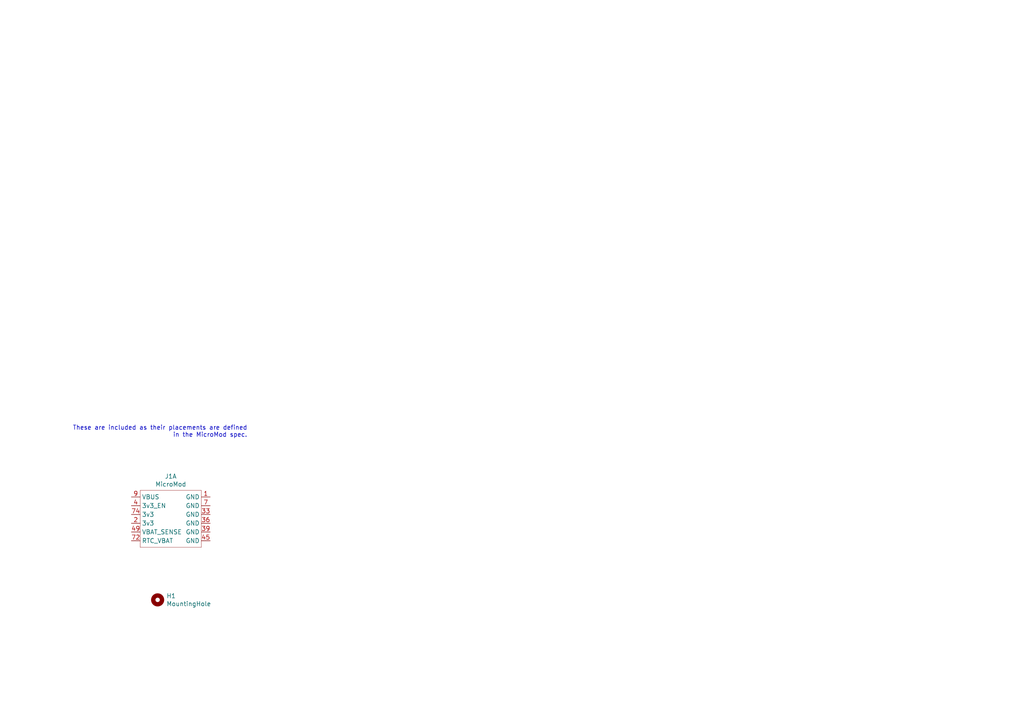
<source format=kicad_sch>
(kicad_sch (version 20200828) (generator eeschema)
  (page 1 1)
  (paper "A4")
  (lib_symbols
    (symbol "Mechanical:MountingHole" (pin_names (offset 1.016))
      (property "Reference" "H" (at 0 5.08 0))
      (property "Value" "MountingHole" (at 0 3.175 0))
      (symbol "MountingHole_0_1"
        (circle (center 0 0) (radius 1.27) (stroke (width 1.27)))
      )
    )
    (symbol "SYSNAME:MicroMod" (in_bom no)
      (property "Reference" "J" (at 0 1.905 0))
      (property "Value" "MicroMod" (at 0 4.445 0))
      (symbol "MicroMod_1_1"
        (rectangle (start -9.525 0) (end 8.255 -16.51) (stroke (width 0.001)))
        (pin power_in line (at -12.065 -6.985 0) (length 2.54) (name "3v3") (number "74"))
        (pin power_in line (at -12.065 -14.605 0) (length 2.54) (name "RTC_VBAT") (number "72"))
        (pin power_in line (at 10.795 -9.525 180) (length 2.54) (name "GND") (number "36"))
        (pin power_in line (at 10.795 -14.605 180) (length 2.54) (name "GND") (number "45"))
        (pin power_in line (at 10.795 -12.065 180) (length 2.54) (name "GND") (number "39"))
        (pin power_in line (at 10.795 -6.985 180) (length 2.54) (name "GND") (number "33"))
        (pin power_in line (at 10.795 -4.445 180) (length 2.54) (name "GND") (number "7"))
        (pin power_in line (at 10.795 -1.905 180) (length 2.54) (name "GND") (number "1"))
        (pin input line (at -12.065 -4.445 0) (length 2.54) (name "3v3_EN") (number "4"))
        (pin power_in line (at -12.065 -9.525 0) (length 2.54) (name "3v3") (number "2"))
        (pin output line (at -12.065 -12.065 0) (length 2.54) (name "VBAT_SENSE") (number "49"))
        (pin power_in line (at -12.065 -1.905 0) (length 2.54) (name "VBUS") (number "9"))
      )
      (symbol "MicroMod_2_1"
        (rectangle (start -4.445 0) (end 5.715 -15.875) (stroke (width 0.001)))
        (pin bidirectional line (at -6.985 -1.905 0) (length 2.54) (name "SDIO.D3") (number "70"))
        (pin bidirectional line (at -6.985 -4.445 0) (length 2.54) (name "SDIO.D2") (number "68"))
        (pin bidirectional line (at -6.985 -6.985 0) (length 2.54) (name "SDIO.D1") (number "66"))
        (pin bidirectional line (at -6.985 -9.525 0) (length 2.54) (name "SDIO.D0") (number "64"))
        (pin input line (at -6.985 -12.065 0) (length 2.54) (name "SDIO.CMD") (number "62"))
        (pin input line (at -6.985 -14.605 0) (length 2.54) (name "SDIO.SCK") (number "60"))
      )
      (symbol "MicroMod_3_1"
        (rectangle (start -4.445 0.635) (end 6.35 -12.7) (stroke (width 0.001)))
        (pin input line (at -6.985 -1.27 0) (length 2.54) (name "AUD.MCLK") (number "58"))
        (pin input line (at -6.985 -3.81 0) (length 2.54) (name "AUD.OUT") (number "56"))
        (pin input line (at -6.985 -6.35 0) (length 2.54) (name "AUD.IN") (number "54"))
        (pin input line (at -6.985 -8.89 0) (length 2.54) (name "AUD.LRCLK") (number "52"))
        (pin input line (at -6.985 -11.43 0) (length 2.54) (name "AUD.BCLK") (number "50"))
      )
      (symbol "MicroMod_4_1"
        (rectangle (start -3.175 0.635) (end 1.905 -31.115) (stroke (width 0.0006)))
        (pin input line (at -5.715 -1.27 0) (length 2.54) (name "G0") (number "40"))
        (pin input line (at -5.715 -3.81 0) (length 2.54) (name "G1") (number "42"))
        (pin input line (at -5.715 -6.35 0) (length 2.54) (name "G2") (number "44"))
        (pin input line (at -5.715 -8.89 0) (length 2.54) (name "G3") (number "46"))
        (pin input line (at -5.715 -11.43 0) (length 2.54) (name "G4") (number "48"))
        (pin input line (at -5.715 -13.97 0) (length 2.54) (name "G5") (number "73"))
        (pin input line (at -5.715 -16.51 0) (length 2.54) (name "G6") (number "71"))
        (pin input line (at -5.715 -19.05 0) (length 2.54) (name "G7") (number "69"))
        (pin input line (at -5.715 -21.59 0) (length 2.54) (name "G8") (number "67"))
        (pin input line (at -5.715 -24.13 0) (length 2.54) (name "G9") (number "65"))
        (pin input line (at -5.715 -26.67 0) (length 2.54) (name "G10") (number "63"))
        (pin input line (at -5.715 -29.21 0) (length 2.54) (name "G11") (number "8"))
      )
      (symbol "MicroMod_5_1"
        (rectangle (start -2.54 0.635) (end 3.81 -15.875) (stroke (width 0.0006)))
        (pin input line (at -5.08 -1.27 0) (length 2.54) (name "A1") (number "38"))
        (pin input line (at -5.08 -3.81 0) (length 2.54) (name "A0") (number "34"))
        (pin input line (at -5.08 -11.43 0) (length 2.54) (name "D1") (number "18"))
        (pin input line (at -5.08 -13.97 0) (length 2.54) (name "D0") (number "10"))
        (pin input line (at -5.08 -6.35 0) (length 2.54) (name "PWM1") (number "47"))
        (pin input line (at -5.08 -8.89 0) (length 2.54) (name "PWM0") (number "32"))
      )
      (symbol "MicroMod_6_1"
        (rectangle (start 11.43 0) (end -12.065 -13.335) (stroke (width 0.0006)))
        (pin input line (at -14.605 -1.905 0) (length 2.54) (name "UART[1].TX") (number "22"))
        (pin input line (at -14.605 -5.08 0) (length 2.54) (name "UART[1].RX") (number "20"))
        (pin input line (at 13.97 -1.905 180) (length 2.54) (name "UART[0].TX") (number "17"))
        (pin input line (at 13.97 -5.08 180) (length 2.54) (name "UART[0].RX") (number "19"))
        (pin input line (at 13.97 -8.255 180) (length 2.54) (name "UART[0].CTS") (number "15"))
        (pin input line (at 13.97 -11.43 180) (length 2.54) (name "UART[0].RTS") (number "13"))
      )
      (symbol "MicroMod_7_1"
        (rectangle (start 10.795 0) (end -12.065 -10.16) (stroke (width 0.0006)))
        (pin input line (at -14.605 -8.255 0) (length 2.54) (name "I2C[0].INTN") (number "16"))
        (pin input line (at -14.605 -5.08 0) (length 2.54) (name "I2C[0].SCL") (number "14"))
        (pin input line (at -14.605 -1.905 0) (length 2.54) (name "I2C[0].SDA") (number "12"))
        (pin input line (at 13.335 -1.905 180) (length 2.54) (name "I2C[1].SDA") (number "51"))
        (pin input line (at 13.335 -5.08 180) (length 2.54) (name "I2C[1].SCL") (number "53"))
      )
      (symbol "MicroMod_8_1"
        (rectangle (start -4.445 0) (end 8.255 -13.335) (stroke (width 0.0006)))
        (pin power_in line (at -6.985 -1.905 0) (length 2.54) (name "SPI[0].CIPO") (number "61"))
        (pin power_in line (at -6.985 -5.08 0) (length 2.54) (name "SPI[0].COPI") (number "59"))
        (pin power_in line (at -6.985 -8.255 0) (length 2.54) (name "SPI[0].SCK") (number "57"))
        (pin power_in line (at -6.985 -11.43 0) (length 2.54) (name "SPI[0].CSN") (number "55"))
      )
      (symbol "MicroMod_9_1"
        (rectangle (start -3.81 0.635) (end 4.445 -6.35) (stroke (width 0.0006)))
        (pin power_in line (at -6.35 -1.27 0) (length 2.54) (name "CAN.TX") (number "43"))
        (pin power_in line (at -6.35 -4.445 0) (length 2.54) (name "CAN.RX") (number "41"))
      )
      (symbol "MicroMod_10_1"
        (rectangle (start -10.795 0.635) (end 11.43 -5.715) (stroke (width 0.0006)))
        (pin power_in line (at -13.335 -1.27 0) (length 2.54) (name "USB_HOST.DP") (number "37"))
        (pin power_in line (at -13.335 -3.81 0) (length 2.54) (name "USB_HOST.DN") (number "35"))
        (pin power_in line (at 13.97 -1.27 180) (length 2.54) (name "USB.DP") (number "5"))
        (pin power_in line (at 13.97 -3.81 180) (length 2.54) (name "USB.DN") (number "3"))
      )
      (symbol "MicroMod_11_1"
        (rectangle (start -4.445 0) (end 4.445 -12.7) (stroke (width 0.0006)))
        (pin power_in line (at -6.985 -1.905 0) (length 2.54) (name "NRESET") (number "6"))
        (pin power_in line (at -6.985 -5.08 0) (length 2.54) (name "SWDIO") (number "23"))
        (pin power_in line (at -6.985 -8.255 0) (length 2.54) (name "SWDCK") (number "21"))
        (pin power_in line (at -6.985 -11.43 0) (length 2.54) (name "BOOT") (number "11"))
        (pin unconnected line (at 6.985 -11.43 180) (length 2.54) hide (name "NC") (number "26"))
        (pin unconnected line (at 6.985 -11.43 180) (length 2.54) hide (name "NC") (number "27"))
        (pin unconnected line (at 6.985 -11.43 180) (length 2.54) hide (name "NC") (number "28"))
        (pin unconnected line (at 6.985 -11.43 180) (length 2.54) hide (name "NC") (number "29"))
        (pin unconnected line (at 6.985 -11.43 180) (length 2.54) hide (name "NC") (number "30"))
        (pin unconnected line (at 6.985 -11.43 180) (length 2.54) hide (name "NC") (number "25"))
        (pin unconnected line (at 6.985 -11.43 180) (length 2.54) hide (name "NC") (number "24"))
        (pin unconnected line (at 6.985 -11.43 180) (length 2.54) hide (name "NC") (number "23"))
        (pin unconnected line (at 6.985 -11.43 180) (length 2.54) hide (name "NC") (number "26"))
        (pin unconnected line (at 6.985 -11.43 180) (length 2.54) hide (name "NC") (number "31"))
      )
    )
  )
  (text "These are included as their placements are defined\nin the MicroMod spec." (at 71.755 127 0) (effects (font (size 1.27 1.27)) (justify right bottom)))
  (symbol (lib_id "Mechanical:MountingHole") (at 45.72 173.99 0) (unit 1)
    (property "Reference" "H1" (at 48.26 172.841 0) (effects (justify left)))
    (property "Value" "MountingHole" (at 48.2601 175.1393 0) (effects (justify left)))
  )
  (symbol (lib_id "SYSNAME:MicroMod") (at 50.165 142.24 0) (unit 1) (in_bom no)
    (property "Reference" "J1" (at 49.53 138.156 0))
    (property "Value" "MicroMod" (at 49.53 140.455 0))
    (property "Footprint" "SYSNAME:NGFF_E" (effects hide))
  )
)
</source>
